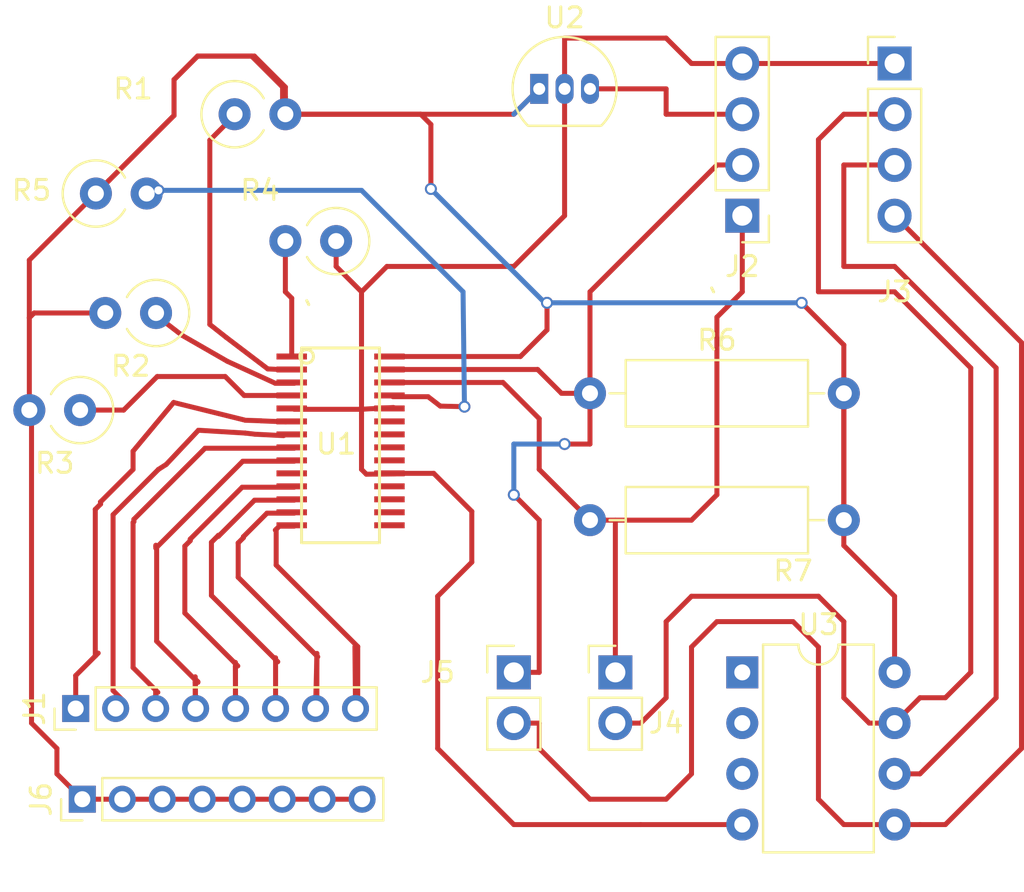
<source format=kicad_pcb>
(kicad_pcb (version 4) (host pcbnew 4.0.7)

  (general
    (links 48)
    (no_connects 0)
    (area 0 0 0 0)
    (thickness 1.6)
    (drawings 0)
    (tracks 259)
    (zones 0)
    (modules 16)
    (nets 34)
  )

  (page A4)
  (layers
    (0 F.Cu signal)
    (31 B.Cu signal)
    (32 B.Adhes user)
    (33 F.Adhes user)
    (34 B.Paste user)
    (35 F.Paste user)
    (36 B.SilkS user)
    (37 F.SilkS user)
    (38 B.Mask user)
    (39 F.Mask user)
    (40 Dwgs.User user)
    (41 Cmts.User user)
    (42 Eco1.User user)
    (43 Eco2.User user)
    (44 Edge.Cuts user)
    (45 Margin user)
    (46 B.CrtYd user)
    (47 F.CrtYd user)
    (48 B.Fab user)
    (49 F.Fab user)
  )

  (setup
    (last_trace_width 0.25)
    (trace_clearance 0.2)
    (zone_clearance 0.508)
    (zone_45_only no)
    (trace_min 0.2)
    (segment_width 0.2)
    (edge_width 0.15)
    (via_size 0.6)
    (via_drill 0.4)
    (via_min_size 0.4)
    (via_min_drill 0.3)
    (uvia_size 0.3)
    (uvia_drill 0.1)
    (uvias_allowed no)
    (uvia_min_size 0.2)
    (uvia_min_drill 0.1)
    (pcb_text_width 0.3)
    (pcb_text_size 1.5 1.5)
    (mod_edge_width 0.15)
    (mod_text_size 1 1)
    (mod_text_width 0.15)
    (pad_size 1.524 1.524)
    (pad_drill 0.762)
    (pad_to_mask_clearance 0.2)
    (aux_axis_origin 0 0)
    (visible_elements 7FFFFFFF)
    (pcbplotparams
      (layerselection 0x00030_80000001)
      (usegerberextensions false)
      (excludeedgelayer true)
      (linewidth 0.100000)
      (plotframeref false)
      (viasonmask false)
      (mode 1)
      (useauxorigin false)
      (hpglpennumber 1)
      (hpglpenspeed 20)
      (hpglpendiameter 15)
      (hpglpenoverlay 2)
      (psnegative false)
      (psa4output false)
      (plotreference true)
      (plotvalue true)
      (plotinvisibletext false)
      (padsonsilk false)
      (subtractmaskfromsilk false)
      (outputformat 4)
      (mirror false)
      (drillshape 0)
      (scaleselection 1)
      (outputdirectory ./))
  )

  (net 0 "")
  (net 1 "Net-(J1-Pad1)")
  (net 2 "Net-(J1-Pad2)")
  (net 3 "Net-(J1-Pad3)")
  (net 4 "Net-(J1-Pad4)")
  (net 5 "Net-(J1-Pad5)")
  (net 6 "Net-(J1-Pad6)")
  (net 7 "Net-(J1-Pad7)")
  (net 8 "Net-(J1-Pad8)")
  (net 9 "Net-(J2-Pad1)")
  (net 10 "Net-(J2-Pad2)")
  (net 11 GND)
  (net 12 "Net-(R1-Pad1)")
  (net 13 +5C)
  (net 14 "Net-(R2-Pad1)")
  (net 15 "Net-(R3-Pad1)")
  (net 16 "Net-(R4-Pad2)")
  (net 17 "Net-(R5-Pad2)")
  (net 18 "Net-(U1-Pad15)")
  (net 19 "Net-(U1-Pad16)")
  (net 20 "Net-(U1-Pad17)")
  (net 21 "Net-(U1-Pad18)")
  (net 22 "Net-(U1-Pad20)")
  (net 23 "Net-(U1-Pad21)")
  (net 24 "Net-(U1-Pad22)")
  (net 25 "Net-(U1-Pad23)")
  (net 26 "Net-(U1-Pad10)")
  (net 27 +12P)
  (net 28 "Net-(U3-Pad1)")
  (net 29 "Net-(U3-Pad2)")
  (net 30 "Net-(U3-Pad3)")
  (net 31 "Net-(J3-Pad2)")
  (net 32 "Net-(J3-Pad3)")
  (net 33 "Net-(J3-Pad4)")

  (net_class Default "Ceci est la Netclass par défaut"
    (clearance 0.2)
    (trace_width 0.25)
    (via_dia 0.6)
    (via_drill 0.4)
    (uvia_dia 0.3)
    (uvia_drill 0.1)
    (add_net +12P)
    (add_net +5C)
    (add_net GND)
    (add_net "Net-(J1-Pad1)")
    (add_net "Net-(J1-Pad2)")
    (add_net "Net-(J1-Pad3)")
    (add_net "Net-(J1-Pad4)")
    (add_net "Net-(J1-Pad5)")
    (add_net "Net-(J1-Pad6)")
    (add_net "Net-(J1-Pad7)")
    (add_net "Net-(J1-Pad8)")
    (add_net "Net-(J2-Pad1)")
    (add_net "Net-(J2-Pad2)")
    (add_net "Net-(J3-Pad2)")
    (add_net "Net-(J3-Pad3)")
    (add_net "Net-(J3-Pad4)")
    (add_net "Net-(R1-Pad1)")
    (add_net "Net-(R2-Pad1)")
    (add_net "Net-(R3-Pad1)")
    (add_net "Net-(R4-Pad2)")
    (add_net "Net-(R5-Pad2)")
    (add_net "Net-(U1-Pad10)")
    (add_net "Net-(U1-Pad15)")
    (add_net "Net-(U1-Pad16)")
    (add_net "Net-(U1-Pad17)")
    (add_net "Net-(U1-Pad18)")
    (add_net "Net-(U1-Pad20)")
    (add_net "Net-(U1-Pad21)")
    (add_net "Net-(U1-Pad22)")
    (add_net "Net-(U1-Pad23)")
    (add_net "Net-(U3-Pad1)")
    (add_net "Net-(U3-Pad2)")
    (add_net "Net-(U3-Pad3)")
  )

  (module Housings_DIP:DIP-8_W7.62mm (layer F.Cu) (tedit 58CC8E33) (tstamp 59AEC2CC)
    (at 163.83 125.73)
    (descr "8-lead dip package, row spacing 7.62 mm (300 mils)")
    (tags "DIL DIP PDIP 2.54mm 7.62mm 300mil")
    (path /59AEBD34)
    (fp_text reference U3 (at 3.81 -2.39) (layer F.SilkS)
      (effects (font (size 1 1) (thickness 0.15)))
    )
    (fp_text value ATTINY85-20PU (at 3.81 10.01) (layer F.Fab)
      (effects (font (size 1 1) (thickness 0.15)))
    )
    (fp_text user %R (at 3.81 3.81) (layer F.Fab)
      (effects (font (size 1 1) (thickness 0.15)))
    )
    (fp_line (start 1.635 -1.27) (end 6.985 -1.27) (layer F.Fab) (width 0.1))
    (fp_line (start 6.985 -1.27) (end 6.985 8.89) (layer F.Fab) (width 0.1))
    (fp_line (start 6.985 8.89) (end 0.635 8.89) (layer F.Fab) (width 0.1))
    (fp_line (start 0.635 8.89) (end 0.635 -0.27) (layer F.Fab) (width 0.1))
    (fp_line (start 0.635 -0.27) (end 1.635 -1.27) (layer F.Fab) (width 0.1))
    (fp_line (start 2.81 -1.39) (end 1.04 -1.39) (layer F.SilkS) (width 0.12))
    (fp_line (start 1.04 -1.39) (end 1.04 9.01) (layer F.SilkS) (width 0.12))
    (fp_line (start 1.04 9.01) (end 6.58 9.01) (layer F.SilkS) (width 0.12))
    (fp_line (start 6.58 9.01) (end 6.58 -1.39) (layer F.SilkS) (width 0.12))
    (fp_line (start 6.58 -1.39) (end 4.81 -1.39) (layer F.SilkS) (width 0.12))
    (fp_line (start -1.1 -1.6) (end -1.1 9.2) (layer F.CrtYd) (width 0.05))
    (fp_line (start -1.1 9.2) (end 8.7 9.2) (layer F.CrtYd) (width 0.05))
    (fp_line (start 8.7 9.2) (end 8.7 -1.6) (layer F.CrtYd) (width 0.05))
    (fp_line (start 8.7 -1.6) (end -1.1 -1.6) (layer F.CrtYd) (width 0.05))
    (fp_arc (start 3.81 -1.39) (end 2.81 -1.39) (angle -180) (layer F.SilkS) (width 0.12))
    (pad 1 thru_hole rect (at 0 0) (size 1.6 1.6) (drill 0.8) (layers *.Cu *.Mask)
      (net 28 "Net-(U3-Pad1)"))
    (pad 5 thru_hole oval (at 7.62 7.62) (size 1.6 1.6) (drill 0.8) (layers *.Cu *.Mask)
      (net 33 "Net-(J3-Pad4)"))
    (pad 2 thru_hole oval (at 0 2.54) (size 1.6 1.6) (drill 0.8) (layers *.Cu *.Mask)
      (net 29 "Net-(U3-Pad2)"))
    (pad 6 thru_hole oval (at 7.62 5.08) (size 1.6 1.6) (drill 0.8) (layers *.Cu *.Mask)
      (net 32 "Net-(J3-Pad3)"))
    (pad 3 thru_hole oval (at 0 5.08) (size 1.6 1.6) (drill 0.8) (layers *.Cu *.Mask)
      (net 30 "Net-(U3-Pad3)"))
    (pad 7 thru_hole oval (at 7.62 2.54) (size 1.6 1.6) (drill 0.8) (layers *.Cu *.Mask)
      (net 31 "Net-(J3-Pad2)"))
    (pad 4 thru_hole oval (at 0 7.62) (size 1.6 1.6) (drill 0.8) (layers *.Cu *.Mask)
      (net 11 GND))
    (pad 8 thru_hole oval (at 7.62 0) (size 1.6 1.6) (drill 0.8) (layers *.Cu *.Mask)
      (net 13 +5C))
    (model ${KISYS3DMOD}/Housings_DIP.3dshapes/DIP-8_W7.62mm.wrl
      (at (xyz 0 0 0))
      (scale (xyz 1 1 1))
      (rotate (xyz 0 0 0))
    )
  )

  (module Resistors_THT:R_Axial_DIN0309_L9.0mm_D3.2mm_P12.70mm_Horizontal (layer F.Cu) (tedit 59AFAFE6) (tstamp 59AD683C)
    (at 156.21 118.11)
    (descr "Resistor, Axial_DIN0309 series, Axial, Horizontal, pin pitch=12.7mm, 0.5W = 1/2W, length*diameter=9*3.2mm^2, http://cdn-reichelt.de/documents/datenblatt/B400/1_4W%23YAG.pdf")
    (tags "Resistor Axial_DIN0309 series Axial Horizontal pin pitch 12.7mm 0.5W = 1/2W length 9mm diameter 3.2mm")
    (path /59AD1864)
    (fp_text reference R7 (at 10.16 2.54) (layer F.SilkS)
      (effects (font (size 1 1) (thickness 0.15)))
    )
    (fp_text value 4K7R (at 6.35 2.66) (layer F.Fab)
      (effects (font (size 1 1) (thickness 0.15)))
    )
    (fp_line (start 1.85 -1.6) (end 1.85 1.6) (layer F.Fab) (width 0.1))
    (fp_line (start 1.85 1.6) (end 10.85 1.6) (layer F.Fab) (width 0.1))
    (fp_line (start 10.85 1.6) (end 10.85 -1.6) (layer F.Fab) (width 0.1))
    (fp_line (start 10.85 -1.6) (end 1.85 -1.6) (layer F.Fab) (width 0.1))
    (fp_line (start 0 0) (end 1.85 0) (layer F.Fab) (width 0.1))
    (fp_line (start 12.7 0) (end 10.85 0) (layer F.Fab) (width 0.1))
    (fp_line (start 1.79 -1.66) (end 1.79 1.66) (layer F.SilkS) (width 0.12))
    (fp_line (start 1.79 1.66) (end 10.91 1.66) (layer F.SilkS) (width 0.12))
    (fp_line (start 10.91 1.66) (end 10.91 -1.66) (layer F.SilkS) (width 0.12))
    (fp_line (start 10.91 -1.66) (end 1.79 -1.66) (layer F.SilkS) (width 0.12))
    (fp_line (start 0.98 0) (end 1.79 0) (layer F.SilkS) (width 0.12))
    (fp_line (start 11.72 0) (end 10.91 0) (layer F.SilkS) (width 0.12))
    (fp_line (start -1.05 -1.95) (end -1.05 1.95) (layer F.CrtYd) (width 0.05))
    (fp_line (start -1.05 1.95) (end 13.75 1.95) (layer F.CrtYd) (width 0.05))
    (fp_line (start 13.75 1.95) (end 13.75 -1.95) (layer F.CrtYd) (width 0.05))
    (fp_line (start 13.75 -1.95) (end -1.05 -1.95) (layer F.CrtYd) (width 0.05))
    (pad 1 thru_hole circle (at 0 0) (size 1.6 1.6) (drill 0.8) (layers *.Cu *.Mask)
      (net 9 "Net-(J2-Pad1)"))
    (pad 2 thru_hole oval (at 12.7 0) (size 1.6 1.6) (drill 0.8) (layers *.Cu *.Mask)
      (net 13 +5C))
    (model ${KISYS3DMOD}/Resistors_THT.3dshapes/R_Axial_DIN0309_L9.0mm_D3.2mm_P12.70mm_Horizontal.wrl
      (at (xyz 0 0 0))
      (scale (xyz 0.393701 0.393701 0.393701))
      (rotate (xyz 0 0 0))
    )
  )

  (module Socket_Strips:Socket_Strip_Straight_1x08_Pitch2.00mm (layer F.Cu) (tedit 59AFAFC4) (tstamp 59AD680B)
    (at 130.48 127.54 90)
    (descr "Through hole straight socket strip, 1x08, 2.00mm pitch, single row")
    (tags "Through hole socket strip THT 1x08 2.00mm single row")
    (path /59AD0FBD)
    (fp_text reference J1 (at 0 -2.06 90) (layer F.SilkS)
      (effects (font (size 1 1) (thickness 0.15)))
    )
    (fp_text value Conn_01x08 (at 3.08 1.6 180) (layer F.Fab)
      (effects (font (size 1 1) (thickness 0.15)))
    )
    (fp_line (start -1 -1) (end -1 15) (layer F.Fab) (width 0.1))
    (fp_line (start -1 15) (end 1 15) (layer F.Fab) (width 0.1))
    (fp_line (start 1 15) (end 1 -1) (layer F.Fab) (width 0.1))
    (fp_line (start 1 -1) (end -1 -1) (layer F.Fab) (width 0.1))
    (fp_line (start -1.06 1) (end -1.06 15.06) (layer F.SilkS) (width 0.12))
    (fp_line (start -1.06 15.06) (end 1.06 15.06) (layer F.SilkS) (width 0.12))
    (fp_line (start 1.06 15.06) (end 1.06 1) (layer F.SilkS) (width 0.12))
    (fp_line (start 1.06 1) (end -1.06 1) (layer F.SilkS) (width 0.12))
    (fp_line (start -1.06 0) (end -1.06 -1.06) (layer F.SilkS) (width 0.12))
    (fp_line (start -1.06 -1.06) (end 0 -1.06) (layer F.SilkS) (width 0.12))
    (fp_line (start -1.5 -1.5) (end -1.5 15.5) (layer F.CrtYd) (width 0.05))
    (fp_line (start -1.5 15.5) (end 1.5 15.5) (layer F.CrtYd) (width 0.05))
    (fp_line (start 1.5 15.5) (end 1.5 -1.5) (layer F.CrtYd) (width 0.05))
    (fp_line (start 1.5 -1.5) (end -1.5 -1.5) (layer F.CrtYd) (width 0.05))
    (fp_text user %R (at 0 -2.06 90) (layer F.Fab)
      (effects (font (size 1 1) (thickness 0.15)))
    )
    (pad 1 thru_hole rect (at 0 0 90) (size 1.35 1.35) (drill 0.8) (layers *.Cu *.Mask)
      (net 1 "Net-(J1-Pad1)"))
    (pad 2 thru_hole oval (at 0 2 90) (size 1.35 1.35) (drill 0.8) (layers *.Cu *.Mask)
      (net 2 "Net-(J1-Pad2)"))
    (pad 3 thru_hole oval (at 0 4 90) (size 1.35 1.35) (drill 0.8) (layers *.Cu *.Mask)
      (net 3 "Net-(J1-Pad3)"))
    (pad 4 thru_hole oval (at 0 6 90) (size 1.35 1.35) (drill 0.8) (layers *.Cu *.Mask)
      (net 4 "Net-(J1-Pad4)"))
    (pad 5 thru_hole oval (at 0 8 90) (size 1.35 1.35) (drill 0.8) (layers *.Cu *.Mask)
      (net 5 "Net-(J1-Pad5)"))
    (pad 6 thru_hole oval (at 0 10 90) (size 1.35 1.35) (drill 0.8) (layers *.Cu *.Mask)
      (net 6 "Net-(J1-Pad6)"))
    (pad 7 thru_hole oval (at 0 12 90) (size 1.35 1.35) (drill 0.8) (layers *.Cu *.Mask)
      (net 7 "Net-(J1-Pad7)"))
    (pad 8 thru_hole oval (at 0 14 90) (size 1.35 1.35) (drill 0.8) (layers *.Cu *.Mask)
      (net 8 "Net-(J1-Pad8)"))
    (model ${KISYS3DMOD}/Socket_Strips.3dshapes/Socket_Strip_Straight_1x08_Pitch2.00mm.wrl
      (at (xyz 0 0 0))
      (scale (xyz 1 1 1))
      (rotate (xyz 0 0 0))
    )
  )

  (module Resistors_THT:R_Axial_DIN0309_L9.0mm_D3.2mm_P2.54mm_Vertical (layer F.Cu) (tedit 59AFAFAD) (tstamp 59AD6818)
    (at 138.43 97.79)
    (descr "Resistor, Axial_DIN0309 series, Axial, Vertical, pin pitch=2.54mm, 0.5W = 1/2W, length*diameter=9*3.2mm^2, http://cdn-reichelt.de/documents/datenblatt/B400/1_4W%23YAG.pdf")
    (tags "Resistor Axial_DIN0309 series Axial Vertical pin pitch 2.54mm 0.5W = 1/2W length 9mm diameter 3.2mm")
    (path /59AD0763)
    (fp_text reference R1 (at -5.08 -1.27) (layer F.SilkS)
      (effects (font (size 1 1) (thickness 0.15)))
    )
    (fp_text value 10K (at -5.08 0) (layer F.Fab)
      (effects (font (size 1 1) (thickness 0.15)))
    )
    (fp_arc (start 0 0) (end 1.45451 -0.8) (angle -302.4) (layer F.SilkS) (width 0.12))
    (fp_circle (center 0 0) (end 1.6 0) (layer F.Fab) (width 0.1))
    (fp_line (start 0 0) (end 2.54 0) (layer F.Fab) (width 0.1))
    (fp_line (start -1.95 -1.95) (end -1.95 1.95) (layer F.CrtYd) (width 0.05))
    (fp_line (start -1.95 1.95) (end 3.65 1.95) (layer F.CrtYd) (width 0.05))
    (fp_line (start 3.65 1.95) (end 3.65 -1.95) (layer F.CrtYd) (width 0.05))
    (fp_line (start 3.65 -1.95) (end -1.95 -1.95) (layer F.CrtYd) (width 0.05))
    (pad 1 thru_hole circle (at 0 0) (size 1.6 1.6) (drill 0.8) (layers *.Cu *.Mask)
      (net 12 "Net-(R1-Pad1)"))
    (pad 2 thru_hole oval (at 2.54 0) (size 1.6 1.6) (drill 0.8) (layers *.Cu *.Mask)
      (net 13 +5C))
    (model ${KISYS3DMOD}/Resistors_THT.3dshapes/R_Axial_DIN0309_L9.0mm_D3.2mm_P2.54mm_Vertical.wrl
      (at (xyz 0 0 0))
      (scale (xyz 0.393701 0.393701 0.393701))
      (rotate (xyz 0 0 0))
    )
  )

  (module Resistors_THT:R_Axial_DIN0309_L9.0mm_D3.2mm_P2.54mm_Vertical (layer F.Cu) (tedit 59AFAFA7) (tstamp 59AD681E)
    (at 134.5 107.74 180)
    (descr "Resistor, Axial_DIN0309 series, Axial, Vertical, pin pitch=2.54mm, 0.5W = 1/2W, length*diameter=9*3.2mm^2, http://cdn-reichelt.de/documents/datenblatt/B400/1_4W%23YAG.pdf")
    (tags "Resistor Axial_DIN0309 series Axial Vertical pin pitch 2.54mm 0.5W = 1/2W length 9mm diameter 3.2mm")
    (path /59AD0738)
    (fp_text reference R2 (at 1.27 -2.66 180) (layer F.SilkS)
      (effects (font (size 1 1) (thickness 0.15)))
    )
    (fp_text value 10K (at 6.23 1.06 180) (layer F.Fab)
      (effects (font (size 1 1) (thickness 0.15)))
    )
    (fp_arc (start 0 0) (end 1.45451 -0.8) (angle -302.4) (layer F.SilkS) (width 0.12))
    (fp_circle (center 0 0) (end 1.6 0) (layer F.Fab) (width 0.1))
    (fp_line (start 0 0) (end 2.54 0) (layer F.Fab) (width 0.1))
    (fp_line (start -1.95 -1.95) (end -1.95 1.95) (layer F.CrtYd) (width 0.05))
    (fp_line (start -1.95 1.95) (end 3.65 1.95) (layer F.CrtYd) (width 0.05))
    (fp_line (start 3.65 1.95) (end 3.65 -1.95) (layer F.CrtYd) (width 0.05))
    (fp_line (start 3.65 -1.95) (end -1.95 -1.95) (layer F.CrtYd) (width 0.05))
    (pad 1 thru_hole circle (at 0 0 180) (size 1.6 1.6) (drill 0.8) (layers *.Cu *.Mask)
      (net 14 "Net-(R2-Pad1)"))
    (pad 2 thru_hole oval (at 2.54 0 180) (size 1.6 1.6) (drill 0.8) (layers *.Cu *.Mask)
      (net 13 +5C))
    (model ${KISYS3DMOD}/Resistors_THT.3dshapes/R_Axial_DIN0309_L9.0mm_D3.2mm_P2.54mm_Vertical.wrl
      (at (xyz 0 0 0))
      (scale (xyz 0.393701 0.393701 0.393701))
      (rotate (xyz 0 0 0))
    )
  )

  (module Resistors_THT:R_Axial_DIN0309_L9.0mm_D3.2mm_P2.54mm_Vertical (layer F.Cu) (tedit 5874F706) (tstamp 59AD6824)
    (at 130.7 112.6 180)
    (descr "Resistor, Axial_DIN0309 series, Axial, Vertical, pin pitch=2.54mm, 0.5W = 1/2W, length*diameter=9*3.2mm^2, http://cdn-reichelt.de/documents/datenblatt/B400/1_4W%23YAG.pdf")
    (tags "Resistor Axial_DIN0309 series Axial Vertical pin pitch 2.54mm 0.5W = 1/2W length 9mm diameter 3.2mm")
    (path /59AD067F)
    (fp_text reference R3 (at 1.27 -2.66 180) (layer F.SilkS)
      (effects (font (size 1 1) (thickness 0.15)))
    )
    (fp_text value 10K (at 1.27 2.66 180) (layer F.Fab)
      (effects (font (size 1 1) (thickness 0.15)))
    )
    (fp_arc (start 0 0) (end 1.45451 -0.8) (angle -302.4) (layer F.SilkS) (width 0.12))
    (fp_circle (center 0 0) (end 1.6 0) (layer F.Fab) (width 0.1))
    (fp_line (start 0 0) (end 2.54 0) (layer F.Fab) (width 0.1))
    (fp_line (start -1.95 -1.95) (end -1.95 1.95) (layer F.CrtYd) (width 0.05))
    (fp_line (start -1.95 1.95) (end 3.65 1.95) (layer F.CrtYd) (width 0.05))
    (fp_line (start 3.65 1.95) (end 3.65 -1.95) (layer F.CrtYd) (width 0.05))
    (fp_line (start 3.65 -1.95) (end -1.95 -1.95) (layer F.CrtYd) (width 0.05))
    (pad 1 thru_hole circle (at 0 0 180) (size 1.6 1.6) (drill 0.8) (layers *.Cu *.Mask)
      (net 15 "Net-(R3-Pad1)"))
    (pad 2 thru_hole oval (at 2.54 0 180) (size 1.6 1.6) (drill 0.8) (layers *.Cu *.Mask)
      (net 13 +5C))
    (model ${KISYS3DMOD}/Resistors_THT.3dshapes/R_Axial_DIN0309_L9.0mm_D3.2mm_P2.54mm_Vertical.wrl
      (at (xyz 0 0 0))
      (scale (xyz 0.393701 0.393701 0.393701))
      (rotate (xyz 0 0 0))
    )
  )

  (module Resistors_THT:R_Axial_DIN0309_L9.0mm_D3.2mm_P2.54mm_Vertical (layer F.Cu) (tedit 59AFAFB9) (tstamp 59AD682A)
    (at 143.51 104.14 180)
    (descr "Resistor, Axial_DIN0309 series, Axial, Vertical, pin pitch=2.54mm, 0.5W = 1/2W, length*diameter=9*3.2mm^2, http://cdn-reichelt.de/documents/datenblatt/B400/1_4W%23YAG.pdf")
    (tags "Resistor Axial_DIN0309 series Axial Vertical pin pitch 2.54mm 0.5W = 1/2W length 9mm diameter 3.2mm")
    (path /59AD0780)
    (fp_text reference R4 (at 3.81 2.54 180) (layer F.SilkS)
      (effects (font (size 1 1) (thickness 0.15)))
    )
    (fp_text value 2k (at 1.27 2.66 180) (layer F.Fab)
      (effects (font (size 1 1) (thickness 0.15)))
    )
    (fp_arc (start 0 0) (end 1.45451 -0.8) (angle -302.4) (layer F.SilkS) (width 0.12))
    (fp_circle (center 0 0) (end 1.6 0) (layer F.Fab) (width 0.1))
    (fp_line (start 0 0) (end 2.54 0) (layer F.Fab) (width 0.1))
    (fp_line (start -1.95 -1.95) (end -1.95 1.95) (layer F.CrtYd) (width 0.05))
    (fp_line (start -1.95 1.95) (end 3.65 1.95) (layer F.CrtYd) (width 0.05))
    (fp_line (start 3.65 1.95) (end 3.65 -1.95) (layer F.CrtYd) (width 0.05))
    (fp_line (start 3.65 -1.95) (end -1.95 -1.95) (layer F.CrtYd) (width 0.05))
    (pad 1 thru_hole circle (at 0 0 180) (size 1.6 1.6) (drill 0.8) (layers *.Cu *.Mask)
      (net 11 GND))
    (pad 2 thru_hole oval (at 2.54 0 180) (size 1.6 1.6) (drill 0.8) (layers *.Cu *.Mask)
      (net 16 "Net-(R4-Pad2)"))
    (model ${KISYS3DMOD}/Resistors_THT.3dshapes/R_Axial_DIN0309_L9.0mm_D3.2mm_P2.54mm_Vertical.wrl
      (at (xyz 0 0 0))
      (scale (xyz 0.393701 0.393701 0.393701))
      (rotate (xyz 0 0 0))
    )
  )

  (module Resistors_THT:R_Axial_DIN0309_L9.0mm_D3.2mm_P2.54mm_Vertical (layer F.Cu) (tedit 59AFAFAA) (tstamp 59AD6830)
    (at 131.49 101.76)
    (descr "Resistor, Axial_DIN0309 series, Axial, Vertical, pin pitch=2.54mm, 0.5W = 1/2W, length*diameter=9*3.2mm^2, http://cdn-reichelt.de/documents/datenblatt/B400/1_4W%23YAG.pdf")
    (tags "Resistor Axial_DIN0309 series Axial Vertical pin pitch 2.54mm 0.5W = 1/2W length 9mm diameter 3.2mm")
    (path /59AD096C)
    (fp_text reference R5 (at -3.22 -0.16) (layer F.SilkS)
      (effects (font (size 1 1) (thickness 0.15)))
    )
    (fp_text value 10K (at -3.22 1.11) (layer F.Fab)
      (effects (font (size 1 1) (thickness 0.15)))
    )
    (fp_arc (start 0 0) (end 1.45451 -0.8) (angle -302.4) (layer F.SilkS) (width 0.12))
    (fp_circle (center 0 0) (end 1.6 0) (layer F.Fab) (width 0.1))
    (fp_line (start 0 0) (end 2.54 0) (layer F.Fab) (width 0.1))
    (fp_line (start -1.95 -1.95) (end -1.95 1.95) (layer F.CrtYd) (width 0.05))
    (fp_line (start -1.95 1.95) (end 3.65 1.95) (layer F.CrtYd) (width 0.05))
    (fp_line (start 3.65 1.95) (end 3.65 -1.95) (layer F.CrtYd) (width 0.05))
    (fp_line (start 3.65 -1.95) (end -1.95 -1.95) (layer F.CrtYd) (width 0.05))
    (pad 1 thru_hole circle (at 0 0) (size 1.6 1.6) (drill 0.8) (layers *.Cu *.Mask)
      (net 13 +5C))
    (pad 2 thru_hole oval (at 2.54 0) (size 1.6 1.6) (drill 0.8) (layers *.Cu *.Mask)
      (net 17 "Net-(R5-Pad2)"))
    (model ${KISYS3DMOD}/Resistors_THT.3dshapes/R_Axial_DIN0309_L9.0mm_D3.2mm_P2.54mm_Vertical.wrl
      (at (xyz 0 0 0))
      (scale (xyz 0.393701 0.393701 0.393701))
      (rotate (xyz 0 0 0))
    )
  )

  (module Resistors_THT:R_Axial_DIN0309_L9.0mm_D3.2mm_P12.70mm_Horizontal (layer F.Cu) (tedit 59AFAFEB) (tstamp 59AD6836)
    (at 156.21 111.76)
    (descr "Resistor, Axial_DIN0309 series, Axial, Horizontal, pin pitch=12.7mm, 0.5W = 1/2W, length*diameter=9*3.2mm^2, http://cdn-reichelt.de/documents/datenblatt/B400/1_4W%23YAG.pdf")
    (tags "Resistor Axial_DIN0309 series Axial Horizontal pin pitch 12.7mm 0.5W = 1/2W length 9mm diameter 3.2mm")
    (path /59AD1831)
    (fp_text reference R6 (at 6.35 -2.66) (layer F.SilkS)
      (effects (font (size 1 1) (thickness 0.15)))
    )
    (fp_text value 4K7 (at 8.89 -2.54) (layer F.Fab)
      (effects (font (size 1 1) (thickness 0.15)))
    )
    (fp_line (start 1.85 -1.6) (end 1.85 1.6) (layer F.Fab) (width 0.1))
    (fp_line (start 1.85 1.6) (end 10.85 1.6) (layer F.Fab) (width 0.1))
    (fp_line (start 10.85 1.6) (end 10.85 -1.6) (layer F.Fab) (width 0.1))
    (fp_line (start 10.85 -1.6) (end 1.85 -1.6) (layer F.Fab) (width 0.1))
    (fp_line (start 0 0) (end 1.85 0) (layer F.Fab) (width 0.1))
    (fp_line (start 12.7 0) (end 10.85 0) (layer F.Fab) (width 0.1))
    (fp_line (start 1.79 -1.66) (end 1.79 1.66) (layer F.SilkS) (width 0.12))
    (fp_line (start 1.79 1.66) (end 10.91 1.66) (layer F.SilkS) (width 0.12))
    (fp_line (start 10.91 1.66) (end 10.91 -1.66) (layer F.SilkS) (width 0.12))
    (fp_line (start 10.91 -1.66) (end 1.79 -1.66) (layer F.SilkS) (width 0.12))
    (fp_line (start 0.98 0) (end 1.79 0) (layer F.SilkS) (width 0.12))
    (fp_line (start 11.72 0) (end 10.91 0) (layer F.SilkS) (width 0.12))
    (fp_line (start -1.05 -1.95) (end -1.05 1.95) (layer F.CrtYd) (width 0.05))
    (fp_line (start -1.05 1.95) (end 13.75 1.95) (layer F.CrtYd) (width 0.05))
    (fp_line (start 13.75 1.95) (end 13.75 -1.95) (layer F.CrtYd) (width 0.05))
    (fp_line (start 13.75 -1.95) (end -1.05 -1.95) (layer F.CrtYd) (width 0.05))
    (pad 1 thru_hole circle (at 0 0) (size 1.6 1.6) (drill 0.8) (layers *.Cu *.Mask)
      (net 10 "Net-(J2-Pad2)"))
    (pad 2 thru_hole oval (at 12.7 0) (size 1.6 1.6) (drill 0.8) (layers *.Cu *.Mask)
      (net 13 +5C))
    (model ${KISYS3DMOD}/Resistors_THT.3dshapes/R_Axial_DIN0309_L9.0mm_D3.2mm_P12.70mm_Horizontal.wrl
      (at (xyz 0 0 0))
      (scale (xyz 0.393701 0.393701 0.393701))
      (rotate (xyz 0 0 0))
    )
  )

  (module TO_SOT_Packages_THT:TO-92_Inline_Narrow_Oval (layer F.Cu) (tedit 58CE52AF) (tstamp 59AD686A)
    (at 153.67 96.52)
    (descr "TO-92 leads in-line, narrow, oval pads, drill 0.6mm (see NXP sot054_po.pdf)")
    (tags "to-92 sc-43 sc-43a sot54 PA33 transistor")
    (path /59AD159A)
    (fp_text reference U2 (at 1.27 -3.56) (layer F.SilkS)
      (effects (font (size 1 1) (thickness 0.15)))
    )
    (fp_text value L78L05_TO92 (at 1.27 2.79) (layer F.Fab)
      (effects (font (size 1 1) (thickness 0.15)))
    )
    (fp_text user %R (at 1.27 -3.56) (layer F.Fab)
      (effects (font (size 1 1) (thickness 0.15)))
    )
    (fp_line (start -0.53 1.85) (end 3.07 1.85) (layer F.SilkS) (width 0.12))
    (fp_line (start -0.5 1.75) (end 3 1.75) (layer F.Fab) (width 0.1))
    (fp_line (start -1.46 -2.73) (end 4 -2.73) (layer F.CrtYd) (width 0.05))
    (fp_line (start -1.46 -2.73) (end -1.46 2.01) (layer F.CrtYd) (width 0.05))
    (fp_line (start 4 2.01) (end 4 -2.73) (layer F.CrtYd) (width 0.05))
    (fp_line (start 4 2.01) (end -1.46 2.01) (layer F.CrtYd) (width 0.05))
    (fp_arc (start 1.27 0) (end 1.27 -2.48) (angle 135) (layer F.Fab) (width 0.1))
    (fp_arc (start 1.27 0) (end 1.27 -2.6) (angle -135) (layer F.SilkS) (width 0.12))
    (fp_arc (start 1.27 0) (end 1.27 -2.48) (angle -135) (layer F.Fab) (width 0.1))
    (fp_arc (start 1.27 0) (end 1.27 -2.6) (angle 135) (layer F.SilkS) (width 0.12))
    (pad 2 thru_hole oval (at 1.27 0 180) (size 0.9 1.5) (drill 0.6) (layers *.Cu *.Mask)
      (net 11 GND))
    (pad 3 thru_hole oval (at 2.54 0 180) (size 0.9 1.5) (drill 0.6) (layers *.Cu *.Mask)
      (net 27 +12P))
    (pad 1 thru_hole rect (at 0 0 180) (size 0.9 1.5) (drill 0.6) (layers *.Cu *.Mask)
      (net 13 +5C))
    (model ${KISYS3DMOD}/TO_SOT_Packages_THT.3dshapes/TO-92_Inline_Narrow_Oval.wrl
      (at (xyz 0.05 0 0))
      (scale (xyz 1 1 1))
      (rotate (xyz 0 0 -90))
    )
  )

  (module Socket_Strips:Socket_Strip_Straight_1x04_Pitch2.54mm (layer F.Cu) (tedit 59AFB003) (tstamp 59AD6812)
    (at 163.83 102.87 180)
    (descr "Through hole straight socket strip, 1x04, 2.54mm pitch, single row")
    (tags "Through hole socket strip THT 1x04 2.54mm single row")
    (path /59AE9A83)
    (fp_text reference J2 (at 0 -2.54 180) (layer F.SilkS)
      (effects (font (size 1 1) (thickness 0.15)))
    )
    (fp_text value Conn_01x04 (at 0 9.95 180) (layer F.Fab)
      (effects (font (size 1 1) (thickness 0.15)))
    )
    (fp_line (start -1.27 -1.27) (end -1.27 8.89) (layer F.Fab) (width 0.1))
    (fp_line (start -1.27 8.89) (end 1.27 8.89) (layer F.Fab) (width 0.1))
    (fp_line (start 1.27 8.89) (end 1.27 -1.27) (layer F.Fab) (width 0.1))
    (fp_line (start 1.27 -1.27) (end -1.27 -1.27) (layer F.Fab) (width 0.1))
    (fp_line (start -1.33 1.27) (end -1.33 8.95) (layer F.SilkS) (width 0.12))
    (fp_line (start -1.33 8.95) (end 1.33 8.95) (layer F.SilkS) (width 0.12))
    (fp_line (start 1.33 8.95) (end 1.33 1.27) (layer F.SilkS) (width 0.12))
    (fp_line (start 1.33 1.27) (end -1.33 1.27) (layer F.SilkS) (width 0.12))
    (fp_line (start -1.33 0) (end -1.33 -1.33) (layer F.SilkS) (width 0.12))
    (fp_line (start -1.33 -1.33) (end 0 -1.33) (layer F.SilkS) (width 0.12))
    (fp_line (start -1.8 -1.8) (end -1.8 9.4) (layer F.CrtYd) (width 0.05))
    (fp_line (start -1.8 9.4) (end 1.8 9.4) (layer F.CrtYd) (width 0.05))
    (fp_line (start 1.8 9.4) (end 1.8 -1.8) (layer F.CrtYd) (width 0.05))
    (fp_line (start 1.8 -1.8) (end -1.8 -1.8) (layer F.CrtYd) (width 0.05))
    (fp_text user %R (at 0 -2.33 180) (layer F.Fab)
      (effects (font (size 1 1) (thickness 0.15)))
    )
    (pad 1 thru_hole rect (at 0 0 180) (size 1.7 1.7) (drill 1) (layers *.Cu *.Mask)
      (net 9 "Net-(J2-Pad1)"))
    (pad 2 thru_hole oval (at 0 2.54 180) (size 1.7 1.7) (drill 1) (layers *.Cu *.Mask)
      (net 10 "Net-(J2-Pad2)"))
    (pad 3 thru_hole oval (at 0 5.08 180) (size 1.7 1.7) (drill 1) (layers *.Cu *.Mask)
      (net 27 +12P))
    (pad 4 thru_hole oval (at 0 7.62 180) (size 1.7 1.7) (drill 1) (layers *.Cu *.Mask)
      (net 11 GND))
    (model ${KISYS3DMOD}/Socket_Strips.3dshapes/Socket_Strip_Straight_1x04_Pitch2.54mm.wrl
      (at (xyz 0 -0.15 0))
      (scale (xyz 1 1 1))
      (rotate (xyz 0 0 270))
    )
  )

  (module "Opto-Devices local:htssop-28" (layer F.Cu) (tedit 59AFAFF5) (tstamp 59AD6863)
    (at 142.24 109.22)
    (path /59AEA9DB)
    (fp_text reference U1 (at 1.27 5.08) (layer F.SilkS)
      (effects (font (size 1 1) (thickness 0.15)))
    )
    (fp_text value PCA9955BTWJ (at 1.27 11.43) (layer F.Fab)
      (effects (font (size 1 1) (thickness 0.15)))
    )
    (fp_line (start 3.44 0.27) (end 3.44 10.02) (layer F.SilkS) (width 0.15))
    (fp_line (start -0.46 0.27) (end -0.46 10.02) (layer F.SilkS) (width 0.15))
    (fp_line (start -0.46 10.02) (end 3.44 10.02) (layer F.SilkS) (width 0.15))
    (fp_line (start -0.46 0.27) (end 3.44 0.27) (layer F.SilkS) (width 0.15))
    (fp_circle (center -0.206 0.692) (end 0.1115 0.819) (layer F.SilkS) (width 0.15))
    (fp_line (start 20.1565 -2.535) (end 20.0565 -2.735) (layer F.SilkS) (width 0.15))
    (fp_line (start -0.1 -1.9) (end -0.2 -2.1) (layer F.SilkS) (width 0.15))
    (pad 28 smd rect (at 3.937 0.6985) (size 1.524 0.3) (layers F.Cu F.Paste F.Mask)
      (net 13 +5C))
    (pad 1 smd rect (at -0.9525 0.6985) (size 1.524 0.3) (layers F.Cu F.Paste F.Mask)
      (net 16 "Net-(R4-Pad2)"))
    (pad 2 smd rect (at -0.9525 1.3485) (size 1.524 0.3) (layers F.Cu F.Paste F.Mask)
      (net 12 "Net-(R1-Pad1)"))
    (pad 3 smd rect (at -0.9525 1.9985) (size 1.524 0.3) (layers F.Cu F.Paste F.Mask)
      (net 14 "Net-(R2-Pad1)"))
    (pad 4 smd rect (at -0.9525 2.6485) (size 1.524 0.3) (layers F.Cu F.Paste F.Mask)
      (net 15 "Net-(R3-Pad1)"))
    (pad 5 smd rect (at -0.9525 3.2985) (size 1.524 0.3) (layers F.Cu F.Paste F.Mask)
      (net 11 GND))
    (pad 6 smd rect (at -0.9525 3.9485) (size 1.524 0.3) (layers F.Cu F.Paste F.Mask)
      (net 1 "Net-(J1-Pad1)"))
    (pad 7 smd rect (at -0.9525 4.5985) (size 1.524 0.3) (layers F.Cu F.Paste F.Mask)
      (net 2 "Net-(J1-Pad2)"))
    (pad 8 smd rect (at -0.9525 5.2485) (size 1.524 0.3) (layers F.Cu F.Paste F.Mask)
      (net 3 "Net-(J1-Pad3)"))
    (pad 9 smd rect (at -0.9525 5.8985) (size 1.524 0.3) (layers F.Cu F.Paste F.Mask)
      (net 4 "Net-(J1-Pad4)"))
    (pad 10 smd rect (at -0.9525 6.5485) (size 1.524 0.3) (layers F.Cu F.Paste F.Mask)
      (net 26 "Net-(U1-Pad10)"))
    (pad 11 smd rect (at -0.9525 7.1985) (size 1.524 0.3) (layers F.Cu F.Paste F.Mask)
      (net 5 "Net-(J1-Pad5)"))
    (pad 12 smd rect (at -0.9525 7.8485) (size 1.524 0.3) (layers F.Cu F.Paste F.Mask)
      (net 6 "Net-(J1-Pad6)"))
    (pad 13 smd rect (at -0.9525 8.4985) (size 1.524 0.3) (layers F.Cu F.Paste F.Mask)
      (net 7 "Net-(J1-Pad7)"))
    (pad 14 smd rect (at -0.9525 9.1485) (size 1.524 0.3) (layers F.Cu F.Paste F.Mask)
      (net 8 "Net-(J1-Pad8)"))
    (pad 27 smd rect (at 3.9375 1.348) (size 1.524 0.3) (layers F.Cu F.Paste F.Mask)
      (net 10 "Net-(J2-Pad2)"))
    (pad 26 smd rect (at 3.9375 1.998) (size 1.524 0.3) (layers F.Cu F.Paste F.Mask)
      (net 9 "Net-(J2-Pad1)"))
    (pad 25 smd rect (at 3.9375 2.648) (size 1.524 0.3) (layers F.Cu F.Paste F.Mask)
      (net 17 "Net-(R5-Pad2)"))
    (pad 24 smd rect (at 3.9375 3.298) (size 1.524 0.3) (layers F.Cu F.Paste F.Mask)
      (net 11 GND))
    (pad 23 smd rect (at 3.9375 3.948) (size 1.524 0.3) (layers F.Cu F.Paste F.Mask)
      (net 25 "Net-(U1-Pad23)"))
    (pad 22 smd rect (at 3.9375 4.598) (size 1.524 0.3) (layers F.Cu F.Paste F.Mask)
      (net 24 "Net-(U1-Pad22)"))
    (pad 21 smd rect (at 3.9375 5.248) (size 1.524 0.3) (layers F.Cu F.Paste F.Mask)
      (net 23 "Net-(U1-Pad21)"))
    (pad 20 smd rect (at 3.9375 5.898) (size 1.524 0.3) (layers F.Cu F.Paste F.Mask)
      (net 22 "Net-(U1-Pad20)"))
    (pad 19 smd rect (at 3.9375 6.548) (size 1.524 0.3) (layers F.Cu F.Paste F.Mask)
      (net 11 GND))
    (pad 18 smd rect (at 3.9375 7.198) (size 1.524 0.3) (layers F.Cu F.Paste F.Mask)
      (net 21 "Net-(U1-Pad18)"))
    (pad 17 smd rect (at 3.9375 7.848) (size 1.524 0.3) (layers F.Cu F.Paste F.Mask)
      (net 20 "Net-(U1-Pad17)"))
    (pad 16 smd rect (at 3.9375 8.498) (size 1.524 0.3) (layers F.Cu F.Paste F.Mask)
      (net 19 "Net-(U1-Pad16)"))
    (pad 15 smd rect (at 3.9375 9.148) (size 1.524 0.3) (layers F.Cu F.Paste F.Mask)
      (net 18 "Net-(U1-Pad15)"))
  )

  (module Pin_Headers:Pin_Header_Straight_1x04_Pitch2.54mm (layer F.Cu) (tedit 59AFAFFC) (tstamp 59AEC335)
    (at 171.45 95.25)
    (descr "Through hole straight pin header, 1x04, 2.54mm pitch, single row")
    (tags "Through hole pin header THT 1x04 2.54mm single row")
    (path /59AECCFC)
    (fp_text reference J3 (at 0 11.43) (layer F.SilkS)
      (effects (font (size 1 1) (thickness 0.15)))
    )
    (fp_text value Conn_01x04 (at 0 9.95) (layer F.Fab)
      (effects (font (size 1 1) (thickness 0.15)))
    )
    (fp_line (start -0.635 -1.27) (end 1.27 -1.27) (layer F.Fab) (width 0.1))
    (fp_line (start 1.27 -1.27) (end 1.27 8.89) (layer F.Fab) (width 0.1))
    (fp_line (start 1.27 8.89) (end -1.27 8.89) (layer F.Fab) (width 0.1))
    (fp_line (start -1.27 8.89) (end -1.27 -0.635) (layer F.Fab) (width 0.1))
    (fp_line (start -1.27 -0.635) (end -0.635 -1.27) (layer F.Fab) (width 0.1))
    (fp_line (start -1.33 8.95) (end 1.33 8.95) (layer F.SilkS) (width 0.12))
    (fp_line (start -1.33 1.27) (end -1.33 8.95) (layer F.SilkS) (width 0.12))
    (fp_line (start 1.33 1.27) (end 1.33 8.95) (layer F.SilkS) (width 0.12))
    (fp_line (start -1.33 1.27) (end 1.33 1.27) (layer F.SilkS) (width 0.12))
    (fp_line (start -1.33 0) (end -1.33 -1.33) (layer F.SilkS) (width 0.12))
    (fp_line (start -1.33 -1.33) (end 0 -1.33) (layer F.SilkS) (width 0.12))
    (fp_line (start -1.8 -1.8) (end -1.8 9.4) (layer F.CrtYd) (width 0.05))
    (fp_line (start -1.8 9.4) (end 1.8 9.4) (layer F.CrtYd) (width 0.05))
    (fp_line (start 1.8 9.4) (end 1.8 -1.8) (layer F.CrtYd) (width 0.05))
    (fp_line (start 1.8 -1.8) (end -1.8 -1.8) (layer F.CrtYd) (width 0.05))
    (fp_text user %R (at 0 3.81 90) (layer F.Fab)
      (effects (font (size 1 1) (thickness 0.15)))
    )
    (pad 1 thru_hole rect (at 0 0) (size 1.7 1.7) (drill 1) (layers *.Cu *.Mask)
      (net 11 GND))
    (pad 2 thru_hole oval (at 0 2.54) (size 1.7 1.7) (drill 1) (layers *.Cu *.Mask)
      (net 31 "Net-(J3-Pad2)"))
    (pad 3 thru_hole oval (at 0 5.08) (size 1.7 1.7) (drill 1) (layers *.Cu *.Mask)
      (net 32 "Net-(J3-Pad3)"))
    (pad 4 thru_hole oval (at 0 7.62) (size 1.7 1.7) (drill 1) (layers *.Cu *.Mask)
      (net 33 "Net-(J3-Pad4)"))
    (model ${KISYS3DMOD}/Pin_Headers.3dshapes/Pin_Header_Straight_1x04_Pitch2.54mm.wrl
      (at (xyz 0 0 0))
      (scale (xyz 1 1 1))
      (rotate (xyz 0 0 0))
    )
  )

  (module Pin_Headers:Pin_Header_Straight_1x02_Pitch2.54mm (layer F.Cu) (tedit 59AFAFDE) (tstamp 59AEC34B)
    (at 157.48 125.73)
    (descr "Through hole straight pin header, 1x02, 2.54mm pitch, single row")
    (tags "Through hole pin header THT 1x02 2.54mm single row")
    (path /59AECC2B)
    (fp_text reference J4 (at 2.54 2.54) (layer F.SilkS)
      (effects (font (size 1 1) (thickness 0.15)))
    )
    (fp_text value Conn_01x02 (at 0 6.35) (layer F.Fab)
      (effects (font (size 1 1) (thickness 0.15)))
    )
    (fp_line (start -0.635 -1.27) (end 1.27 -1.27) (layer F.Fab) (width 0.1))
    (fp_line (start 1.27 -1.27) (end 1.27 3.81) (layer F.Fab) (width 0.1))
    (fp_line (start 1.27 3.81) (end -1.27 3.81) (layer F.Fab) (width 0.1))
    (fp_line (start -1.27 3.81) (end -1.27 -0.635) (layer F.Fab) (width 0.1))
    (fp_line (start -1.27 -0.635) (end -0.635 -1.27) (layer F.Fab) (width 0.1))
    (fp_line (start -1.33 3.87) (end 1.33 3.87) (layer F.SilkS) (width 0.12))
    (fp_line (start -1.33 1.27) (end -1.33 3.87) (layer F.SilkS) (width 0.12))
    (fp_line (start 1.33 1.27) (end 1.33 3.87) (layer F.SilkS) (width 0.12))
    (fp_line (start -1.33 1.27) (end 1.33 1.27) (layer F.SilkS) (width 0.12))
    (fp_line (start -1.33 0) (end -1.33 -1.33) (layer F.SilkS) (width 0.12))
    (fp_line (start -1.33 -1.33) (end 0 -1.33) (layer F.SilkS) (width 0.12))
    (fp_line (start -1.8 -1.8) (end -1.8 4.35) (layer F.CrtYd) (width 0.05))
    (fp_line (start -1.8 4.35) (end 1.8 4.35) (layer F.CrtYd) (width 0.05))
    (fp_line (start 1.8 4.35) (end 1.8 -1.8) (layer F.CrtYd) (width 0.05))
    (fp_line (start 1.8 -1.8) (end -1.8 -1.8) (layer F.CrtYd) (width 0.05))
    (fp_text user %R (at 0 1.27 90) (layer F.Fab)
      (effects (font (size 1 1) (thickness 0.15)))
    )
    (pad 1 thru_hole rect (at 0 0) (size 1.7 1.7) (drill 1) (layers *.Cu *.Mask)
      (net 9 "Net-(J2-Pad1)"))
    (pad 2 thru_hole oval (at 0 2.54) (size 1.7 1.7) (drill 1) (layers *.Cu *.Mask)
      (net 31 "Net-(J3-Pad2)"))
    (model ${KISYS3DMOD}/Pin_Headers.3dshapes/Pin_Header_Straight_1x02_Pitch2.54mm.wrl
      (at (xyz 0 0 0))
      (scale (xyz 1 1 1))
      (rotate (xyz 0 0 0))
    )
  )

  (module Pin_Headers:Pin_Header_Straight_1x02_Pitch2.54mm (layer F.Cu) (tedit 59AFAFD9) (tstamp 59AEC361)
    (at 152.4 125.73)
    (descr "Through hole straight pin header, 1x02, 2.54mm pitch, single row")
    (tags "Through hole pin header THT 1x02 2.54mm single row")
    (path /59AECBFC)
    (fp_text reference J5 (at -3.81 0) (layer F.SilkS)
      (effects (font (size 1 1) (thickness 0.15)))
    )
    (fp_text value Conn_01x02 (at -1.27 -2.54) (layer F.Fab)
      (effects (font (size 1 1) (thickness 0.15)))
    )
    (fp_line (start -0.635 -1.27) (end 1.27 -1.27) (layer F.Fab) (width 0.1))
    (fp_line (start 1.27 -1.27) (end 1.27 3.81) (layer F.Fab) (width 0.1))
    (fp_line (start 1.27 3.81) (end -1.27 3.81) (layer F.Fab) (width 0.1))
    (fp_line (start -1.27 3.81) (end -1.27 -0.635) (layer F.Fab) (width 0.1))
    (fp_line (start -1.27 -0.635) (end -0.635 -1.27) (layer F.Fab) (width 0.1))
    (fp_line (start -1.33 3.87) (end 1.33 3.87) (layer F.SilkS) (width 0.12))
    (fp_line (start -1.33 1.27) (end -1.33 3.87) (layer F.SilkS) (width 0.12))
    (fp_line (start 1.33 1.27) (end 1.33 3.87) (layer F.SilkS) (width 0.12))
    (fp_line (start -1.33 1.27) (end 1.33 1.27) (layer F.SilkS) (width 0.12))
    (fp_line (start -1.33 0) (end -1.33 -1.33) (layer F.SilkS) (width 0.12))
    (fp_line (start -1.33 -1.33) (end 0 -1.33) (layer F.SilkS) (width 0.12))
    (fp_line (start -1.8 -1.8) (end -1.8 4.35) (layer F.CrtYd) (width 0.05))
    (fp_line (start -1.8 4.35) (end 1.8 4.35) (layer F.CrtYd) (width 0.05))
    (fp_line (start 1.8 4.35) (end 1.8 -1.8) (layer F.CrtYd) (width 0.05))
    (fp_line (start 1.8 -1.8) (end -1.8 -1.8) (layer F.CrtYd) (width 0.05))
    (fp_text user %R (at 0 1.27 90) (layer F.Fab)
      (effects (font (size 1 1) (thickness 0.15)))
    )
    (pad 1 thru_hole rect (at 0 0) (size 1.7 1.7) (drill 1) (layers *.Cu *.Mask)
      (net 10 "Net-(J2-Pad2)"))
    (pad 2 thru_hole oval (at 0 2.54) (size 1.7 1.7) (drill 1) (layers *.Cu *.Mask)
      (net 33 "Net-(J3-Pad4)"))
    (model ${KISYS3DMOD}/Pin_Headers.3dshapes/Pin_Header_Straight_1x02_Pitch2.54mm.wrl
      (at (xyz 0 0 0))
      (scale (xyz 1 1 1))
      (rotate (xyz 0 0 0))
    )
  )

  (module Socket_Strips:Socket_Strip_Straight_1x08_Pitch2.00mm locked (layer F.Cu) (tedit 59AFAFCB) (tstamp 59AFAAC2)
    (at 130.81 132.08 90)
    (descr "Through hole straight socket strip, 1x08, 2.00mm pitch, single row")
    (tags "Through hole socket strip THT 1x08 2.00mm single row")
    (path /59AFE2A0)
    (fp_text reference J6 (at 0 -2.06 90) (layer F.SilkS)
      (effects (font (size 1 1) (thickness 0.15)))
    )
    (fp_text value Conn_01x08 (at -3.81 7.62 180) (layer F.Fab)
      (effects (font (size 1 1) (thickness 0.15)))
    )
    (fp_line (start -1 -1) (end -1 15) (layer F.Fab) (width 0.1))
    (fp_line (start -1 15) (end 1 15) (layer F.Fab) (width 0.1))
    (fp_line (start 1 15) (end 1 -1) (layer F.Fab) (width 0.1))
    (fp_line (start 1 -1) (end -1 -1) (layer F.Fab) (width 0.1))
    (fp_line (start -1.06 1) (end -1.06 15.06) (layer F.SilkS) (width 0.12))
    (fp_line (start -1.06 15.06) (end 1.06 15.06) (layer F.SilkS) (width 0.12))
    (fp_line (start 1.06 15.06) (end 1.06 1) (layer F.SilkS) (width 0.12))
    (fp_line (start 1.06 1) (end -1.06 1) (layer F.SilkS) (width 0.12))
    (fp_line (start -1.06 0) (end -1.06 -1.06) (layer F.SilkS) (width 0.12))
    (fp_line (start -1.06 -1.06) (end 0 -1.06) (layer F.SilkS) (width 0.12))
    (fp_line (start -1.5 -1.5) (end -1.5 15.5) (layer F.CrtYd) (width 0.05))
    (fp_line (start -1.5 15.5) (end 1.5 15.5) (layer F.CrtYd) (width 0.05))
    (fp_line (start 1.5 15.5) (end 1.5 -1.5) (layer F.CrtYd) (width 0.05))
    (fp_line (start 1.5 -1.5) (end -1.5 -1.5) (layer F.CrtYd) (width 0.05))
    (fp_text user %R (at 0 -2.06 90) (layer F.Fab)
      (effects (font (size 1 1) (thickness 0.15)))
    )
    (pad 1 thru_hole rect (at 0 0 90) (size 1.35 1.35) (drill 0.8) (layers *.Cu *.Mask)
      (net 13 +5C))
    (pad 2 thru_hole oval (at 0 2 90) (size 1.35 1.35) (drill 0.8) (layers *.Cu *.Mask)
      (net 13 +5C))
    (pad 3 thru_hole oval (at 0 4 90) (size 1.35 1.35) (drill 0.8) (layers *.Cu *.Mask)
      (net 13 +5C))
    (pad 4 thru_hole oval (at 0 6 90) (size 1.35 1.35) (drill 0.8) (layers *.Cu *.Mask)
      (net 13 +5C))
    (pad 5 thru_hole oval (at 0 8 90) (size 1.35 1.35) (drill 0.8) (layers *.Cu *.Mask)
      (net 13 +5C))
    (pad 6 thru_hole oval (at 0 10 90) (size 1.35 1.35) (drill 0.8) (layers *.Cu *.Mask)
      (net 13 +5C))
    (pad 7 thru_hole oval (at 0 12 90) (size 1.35 1.35) (drill 0.8) (layers *.Cu *.Mask)
      (net 13 +5C))
    (pad 8 thru_hole oval (at 0 14 90) (size 1.35 1.35) (drill 0.8) (layers *.Cu *.Mask)
      (net 13 +5C))
    (model ${KISYS3DMOD}/Socket_Strips.3dshapes/Socket_Strip_Straight_1x08_Pitch2.00mm.wrl
      (at (xyz 0 0 0))
      (scale (xyz 1 1 1))
      (rotate (xyz 0 0 0))
    )
  )

  (segment (start 131.725 117.195) (end 131.725 117.305) (width 0.25) (layer F.Cu) (net 1))
  (segment (start 131.46 117.57) (end 131.46 124.91) (width 0.25) (layer F.Cu) (net 1) (tstamp 59AEC2F3))
  (segment (start 131.725 117.305) (end 131.46 117.57) (width 0.25) (layer F.Cu) (net 1) (tstamp 59AEC2F2))
  (segment (start 130.48 125.89) (end 130.48 127.54) (width 0.25) (layer F.Cu) (net 1) (tstamp 59AEC2D1))
  (segment (start 131.46 124.91) (end 130.48 125.89) (width 0.25) (layer F.Cu) (net 1) (tstamp 59AEC2F6))
  (segment (start 131.605 124.765) (end 131.46 124.91) (width 0.25) (layer F.Cu) (net 1) (tstamp 59AEC2D0))
  (segment (start 141.0045 113.1895) (end 139.74 113.139544) (width 0.25) (layer F.Cu) (net 1) (status 10))
  (segment (start 139.74 113.139544) (end 139.72 113.134792) (width 0.25) (layer F.Cu) (net 1) (tstamp 59AEADD9) (status 10))
  (segment (start 139.72 113.134792) (end 138.97 113.10942) (width 0.25) (layer F.Cu) (net 1) (tstamp 59AEADD2) (status 10))
  (segment (start 138.97 113.10942) (end 135.3795 112.2195) (width 0.25) (layer F.Cu) (net 1) (tstamp 59AEAE02) (status 10))
  (segment (start 133.35 115.57) (end 131.725 117.195) (width 0.25) (layer F.Cu) (net 1) (tstamp 59AD73DE))
  (segment (start 131.725 117.195) (end 131.715 117.205) (width 0.25) (layer F.Cu) (net 1) (tstamp 59AEC2F0))
  (segment (start 133.35 114.659) (end 133.35 115.57) (width 0.25) (layer F.Cu) (net 1) (tstamp 59AD73DD))
  (segment (start 135.3795 112.2195) (end 133.35 114.659) (width 0.25) (layer F.Cu) (net 1) (tstamp 59AD73DC))
  (segment (start 132.35 117.84) (end 132.35 126.64) (width 0.25) (layer F.Cu) (net 2))
  (segment (start 132.35 126.64) (end 132.82 127.11) (width 0.25) (layer F.Cu) (net 2) (tstamp 59AEC2C8))
  (segment (start 132.71 127.31) (end 132.48 127.54) (width 0.25) (layer F.Cu) (net 2) (tstamp 59AEC2CA))
  (segment (start 140.8845 113.8795) (end 139.46 113.808651) (width 0.25) (layer F.Cu) (net 2) (status 10))
  (segment (start 139.46 113.808651) (end 138.97 113.751212) (width 0.25) (layer F.Cu) (net 2) (tstamp 59AEADE4) (status 10))
  (segment (start 138.97 113.751212) (end 136.6205 113.6095) (width 0.25) (layer F.Cu) (net 2) (tstamp 59AEADCB) (status 10))
  (segment (start 134.62 115.57) (end 132.35 117.84) (width 0.25) (layer F.Cu) (net 2) (tstamp 59AD73E6))
  (segment (start 135.01 115.32) (end 134.62 115.57) (width 0.25) (layer F.Cu) (net 2) (tstamp 59AD73E4))
  (segment (start 136.6205 113.6095) (end 135.01 115.32) (width 0.25) (layer F.Cu) (net 2) (tstamp 59AD73E3))
  (segment (start 134.48 126.62) (end 134.48 127.54) (width 0.25) (layer F.Cu) (net 3))
  (segment (start 133.39 118.19) (end 133.39 118.07) (width 0.25) (layer F.Cu) (net 3) (tstamp 59AEC2C2))
  (segment (start 133.35 118.23) (end 133.39 118.19) (width 0.25) (layer F.Cu) (net 3) (tstamp 59AEC2C0))
  (segment (start 133.35 125.49) (end 133.35 118.23) (width 0.25) (layer F.Cu) (net 3) (tstamp 59AEC2BE))
  (segment (start 134.59 126.73) (end 134.48 126.62) (width 0.25) (layer F.Cu) (net 3) (tstamp 59AEC2BD))
  (segment (start 134.48 126.62) (end 133.35 125.49) (width 0.25) (layer F.Cu) (net 3) (tstamp 59AEC39E))
  (segment (start 141.4145 114.5095) (end 136.9505 114.5095) (width 0.25) (layer F.Cu) (net 3))
  (segment (start 136.9505 114.5095) (end 133.39 118.07) (width 0.25) (layer F.Cu) (net 3) (tstamp 59AD7423))
  (segment (start 136.59 126.23) (end 136.59 126.19775) (width 0.25) (layer F.Cu) (net 4))
  (segment (start 138.8405 115.1595) (end 134.49 119.51) (width 0.25) (layer F.Cu) (net 4) (tstamp 59AD742D))
  (segment (start 141.4145 115.1595) (end 138.8405 115.1595) (width 0.25) (layer F.Cu) (net 4))
  (segment (start 136.59 126.23) (end 134.53 124.17) (width 0.25) (layer F.Cu) (net 4) (tstamp 59AEC2B4))
  (segment (start 134.53 124.17) (end 134.53 119.47) (width 0.25) (layer F.Cu) (net 4) (tstamp 59AEC2B5))
  (segment (start 134.53 119.47) (end 134.49 119.43) (width 0.25) (layer F.Cu) (net 4) (tstamp 59AEC2B7))
  (segment (start 134.49 119.43) (end 134.49 119.37) (width 0.25) (layer F.Cu) (net 4) (tstamp 59AEC2B8))
  (segment (start 134.49 119.37) (end 134.49 119.51) (width 0.25) (layer F.Cu) (net 4) (tstamp 59AEC2B9))
  (segment (start 136.59 126.19775) (end 136.4615 126.06925) (width 0.25) (layer F.Cu) (net 4) (tstamp 59AEC3BD))
  (segment (start 136.4615 126.23) (end 136.4615 127.5215) (width 0.25) (layer F.Cu) (net 4))
  (segment (start 136.4615 127.5215) (end 136.48 127.54) (width 0.25) (layer F.Cu) (net 4) (tstamp 59AEC3BA))
  (segment (start 136.4615 126.06925) (end 136.4615 126.23) (width 0.25) (layer F.Cu) (net 4))
  (segment (start 136.4615 127.5215) (end 136.48 127.54) (width 0.25) (layer F.Cu) (net 4) (tstamp 59AEC3A4))
  (segment (start 136.48 127.54) (end 136.4615 126.06925) (width 0.25) (layer F.Cu) (net 4))
  (segment (start 136.4615 126.06925) (end 136.46 125.95) (width 0.25) (layer F.Cu) (net 4) (tstamp 59AEC3A2))
  (segment (start 138.470866 125.430046) (end 138.470866 127.530866) (width 0.25) (layer F.Cu) (net 5))
  (segment (start 138.470866 127.530866) (end 138.48 127.54) (width 0.25) (layer F.Cu) (net 5) (tstamp 59AEC3A9))
  (segment (start 138.48 127.54) (end 138.470866 125.430046) (width 0.25) (layer F.Cu) (net 5))
  (segment (start 138.470866 125.430046) (end 138.47 125.23) (width 0.25) (layer F.Cu) (net 5) (tstamp 59AEC3A7))
  (segment (start 136.21 119.14) (end 136.21 119.06) (width 0.25) (layer F.Cu) (net 5) (tstamp 59AEC2AD))
  (segment (start 135.94 119.41) (end 136.21 119.14) (width 0.25) (layer F.Cu) (net 5) (tstamp 59AEC2AB))
  (segment (start 135.94 122.76) (end 135.94 119.41) (width 0.25) (layer F.Cu) (net 5) (tstamp 59AEC2AA))
  (segment (start 138.59 125.41) (end 135.94 122.76) (width 0.25) (layer F.Cu) (net 5) (tstamp 59AEC2A9))
  (segment (start 141.4145 116.4595) (end 138.8105 116.4595) (width 0.25) (layer F.Cu) (net 5))
  (segment (start 138.8105 116.4595) (end 136.21 119.06) (width 0.25) (layer F.Cu) (net 5) (tstamp 59AD7437))
  (segment (start 140.48 125.16) (end 140.48 127.54) (width 0.25) (layer F.Cu) (net 6))
  (segment (start 140.48 125.16) (end 140.48 125) (width 0.25) (layer F.Cu) (net 6) (tstamp 59AEC3AC))
  (segment (start 137.62 118.87) (end 137.62 118.92) (width 0.25) (layer F.Cu) (net 6) (tstamp 59AEC2A5))
  (segment (start 137.27 119.22) (end 137.62 118.87) (width 0.25) (layer F.Cu) (net 6) (tstamp 59AEC2A3))
  (segment (start 137.27 121.88) (end 137.27 119.22) (width 0.25) (layer F.Cu) (net 6) (tstamp 59AEC2A2))
  (segment (start 140.59 125.2) (end 137.27 121.88) (width 0.25) (layer F.Cu) (net 6) (tstamp 59AEC2A1))
  (segment (start 141.4145 117.1095) (end 139.4305 117.1095) (width 0.25) (layer F.Cu) (net 6))
  (segment (start 139.4305 117.1095) (end 137.62 118.92) (width 0.25) (layer F.Cu) (net 6) (tstamp 59AD743F))
  (segment (start 142.546185 124.93042) (end 142.546185 127.473815) (width 0.25) (layer F.Cu) (net 7))
  (segment (start 142.546185 127.473815) (end 142.48 127.54) (width 0.25) (layer F.Cu) (net 7) (tstamp 59AEC3B2))
  (segment (start 142.48 127.54) (end 142.546185 124.93042) (width 0.25) (layer F.Cu) (net 7))
  (segment (start 142.546185 124.93042) (end 142.55 124.78) (width 0.25) (layer F.Cu) (net 7) (tstamp 59AEC3B0))
  (segment (start 138.87 118.99) (end 138.87 118.94) (width 0.25) (layer F.Cu) (net 7) (tstamp 59AEC29D))
  (segment (start 138.61 119.25) (end 138.87 118.99) (width 0.25) (layer F.Cu) (net 7) (tstamp 59AEC29B))
  (segment (start 138.61 120.97) (end 138.61 119.25) (width 0.25) (layer F.Cu) (net 7) (tstamp 59AEC29A))
  (segment (start 142.59 124.95) (end 138.61 120.97) (width 0.25) (layer F.Cu) (net 7) (tstamp 59AEC299))
  (segment (start 141.4145 117.7595) (end 140.0505 117.7595) (width 0.25) (layer F.Cu) (net 7))
  (segment (start 140.0505 117.7595) (end 138.87 118.94) (width 0.25) (layer F.Cu) (net 7) (tstamp 59AD7445))
  (segment (start 144.59 127.43) (end 144.59 124.44) (width 0.25) (layer F.Cu) (net 8))
  (segment (start 140.47 118.61) (end 140.6705 118.4095) (width 0.25) (layer F.Cu) (net 8) (tstamp 59AD744A))
  (segment (start 144.59 124.44) (end 140.51 120.36) (width 0.25) (layer F.Cu) (net 8) (tstamp 59AEC291))
  (segment (start 140.51 120.36) (end 140.51 118.57) (width 0.25) (layer F.Cu) (net 8) (tstamp 59AEC292))
  (segment (start 140.51 118.57) (end 140.47 118.61) (width 0.25) (layer F.Cu) (net 8) (tstamp 59AEC293))
  (segment (start 144.59 127.43) (end 144.48 127.54) (width 0.25) (layer F.Cu) (net 8) (tstamp 59AEC3B5))
  (segment (start 144.48 127.54) (end 144.45 124.44) (width 0.25) (layer F.Cu) (net 8))
  (segment (start 141.4145 118.4095) (end 140.6705 118.4095) (width 0.25) (layer F.Cu) (net 8))
  (segment (start 163.83 102.87) (end 163.83 106.68) (width 0.25) (layer F.Cu) (net 9))
  (segment (start 157.48 118.11) (end 157.48 125.73) (width 0.25) (layer F.Cu) (net 9))
  (segment (start 161.29 118.11) (end 157.48 118.11) (width 0.25) (layer F.Cu) (net 9) (tstamp 59AFA391))
  (segment (start 157.48 118.11) (end 156.21 118.11) (width 0.25) (layer F.Cu) (net 9) (tstamp 59AFA74B))
  (segment (start 162.56 116.84) (end 161.29 118.11) (width 0.25) (layer F.Cu) (net 9) (tstamp 59AFA38F))
  (segment (start 162.56 107.95) (end 162.56 116.84) (width 0.25) (layer F.Cu) (net 9) (tstamp 59AFA38C))
  (segment (start 163.83 106.68) (end 162.56 107.95) (width 0.25) (layer F.Cu) (net 9) (tstamp 59AFA790))
  (segment (start 146.4315 111.218) (end 151.858 111.218) (width 0.25) (layer F.Cu) (net 9))
  (segment (start 153.67 115.57) (end 156.21 118.11) (width 0.25) (layer F.Cu) (net 9) (tstamp 59AEA829))
  (segment (start 151.858 111.218) (end 153.67 113.03) (width 0.25) (layer F.Cu) (net 9) (tstamp 59AEA825))
  (segment (start 153.67 113.03) (end 153.67 115.57) (width 0.25) (layer F.Cu) (net 9) (tstamp 59AEA827))
  (segment (start 163.83 100.33) (end 162.56 100.33) (width 0.25) (layer F.Cu) (net 10))
  (segment (start 152.4 125.73) (end 153.67 125.73) (width 0.25) (layer F.Cu) (net 10))
  (segment (start 156.21 114.3) (end 154.94 114.3) (width 0.25) (layer F.Cu) (net 10) (tstamp 59AFA74F))
  (via (at 154.94 114.3) (size 0.6) (drill 0.4) (layers F.Cu B.Cu) (net 10))
  (segment (start 154.94 114.3) (end 152.4 114.3) (width 0.25) (layer B.Cu) (net 10) (tstamp 59AFA752))
  (segment (start 152.4 114.3) (end 152.4 116.84) (width 0.25) (layer B.Cu) (net 10) (tstamp 59AFA753))
  (via (at 152.4 116.84) (size 0.6) (drill 0.4) (layers F.Cu B.Cu) (net 10))
  (segment (start 152.4 116.84) (end 153.67 118.11) (width 0.25) (layer F.Cu) (net 10) (tstamp 59AFA756))
  (segment (start 153.67 118.11) (end 153.67 125.73) (width 0.25) (layer F.Cu) (net 10) (tstamp 59AFA757))
  (segment (start 156.21 114.3) (end 156.21 111.76) (width 0.25) (layer F.Cu) (net 10))
  (segment (start 156.21 106.68) (end 156.21 111.76) (width 0.25) (layer F.Cu) (net 10) (tstamp 59AFA383))
  (segment (start 162.56 100.33) (end 156.21 106.68) (width 0.25) (layer F.Cu) (net 10) (tstamp 59AFA79D))
  (segment (start 146.4315 110.568) (end 153.592 110.568) (width 0.25) (layer F.Cu) (net 10))
  (segment (start 153.592 110.568) (end 154.784 111.76) (width 0.25) (layer F.Cu) (net 10) (tstamp 59AEA808))
  (segment (start 154.784 111.76) (end 156.21 111.76) (width 0.25) (layer F.Cu) (net 10) (tstamp 59AEA80A))
  (segment (start 163.83 95.25) (end 171.45 95.25) (width 0.25) (layer F.Cu) (net 11))
  (segment (start 154.94 93.98) (end 160.02 93.98) (width 0.25) (layer F.Cu) (net 11))
  (segment (start 161.29 95.25) (end 163.83 95.25) (width 0.25) (layer F.Cu) (net 11) (tstamp 59AFA7A8))
  (segment (start 160.02 93.98) (end 161.29 95.25) (width 0.25) (layer F.Cu) (net 11) (tstamp 59AFA7A7))
  (segment (start 163.83 133.35) (end 158.75 133.35) (width 0.25) (layer F.Cu) (net 11))
  (segment (start 148.392 115.768) (end 150.297 117.673) (width 0.25) (layer F.Cu) (net 11) (tstamp 59AEC2CD))
  (segment (start 148.392 115.768) (end 146.1775 115.768) (width 0.25) (layer F.Cu) (net 11))
  (segment (start 150.297 120.213) (end 148.59 121.92) (width 0.25) (layer F.Cu) (net 11) (tstamp 59AF9A6D))
  (segment (start 148.59 121.92) (end 148.59 129.54) (width 0.25) (layer F.Cu) (net 11) (tstamp 59AF9A6F))
  (segment (start 148.59 129.54) (end 152.4 133.35) (width 0.25) (layer F.Cu) (net 11) (tstamp 59AF9A77))
  (segment (start 152.4 133.35) (end 158.75 133.35) (width 0.25) (layer F.Cu) (net 11) (tstamp 59AF9A79))
  (segment (start 150.297 117.673) (end 150.297 120.213) (width 0.25) (layer F.Cu) (net 11))
  (segment (start 154.94 93.98) (end 154.94 96.52) (width 0.25) (layer F.Cu) (net 11) (tstamp 59AEA936))
  (segment (start 143.51 104.14) (end 143.51 105.41) (width 0.25) (layer F.Cu) (net 11))
  (segment (start 143.51 105.41) (end 144.78 106.68) (width 0.25) (layer F.Cu) (net 11) (tstamp 59AD7561))
  (segment (start 154.94 96.52) (end 154.94 102.87) (width 0.25) (layer F.Cu) (net 11))
  (segment (start 144.78 106.68) (end 144.78 113.03) (width 0.25) (layer F.Cu) (net 11) (tstamp 59AD74E7))
  (segment (start 146.05 105.41) (end 144.78 106.68) (width 0.25) (layer F.Cu) (net 11) (tstamp 59AD74E5))
  (segment (start 152.4 105.41) (end 146.05 105.41) (width 0.25) (layer F.Cu) (net 11) (tstamp 59AD74E3))
  (segment (start 154.94 102.87) (end 152.4 105.41) (width 0.25) (layer F.Cu) (net 11) (tstamp 59AD74E2))
  (segment (start 144.78 112.5595) (end 144.78 113.03) (width 0.25) (layer F.Cu) (net 11))
  (segment (start 144.78 113.03) (end 144.78 115.57) (width 0.25) (layer F.Cu) (net 11) (tstamp 59AD74EB))
  (segment (start 144.78 115.57) (end 145.0195 115.8095) (width 0.25) (layer F.Cu) (net 11) (tstamp 59AD7453))
  (segment (start 145.0195 115.8095) (end 146.49 115.79) (width 0.25) (layer F.Cu) (net 11) (tstamp 59AD7454))
  (segment (start 141.4145 112.5595) (end 144.78 112.5595) (width 0.25) (layer F.Cu) (net 11))
  (segment (start 144.78 112.5595) (end 146.38 112.47) (width 0.25) (layer F.Cu) (net 11) (tstamp 59AD7451))
  (segment (start 137.19 108.313273) (end 137.19 99.09) (width 0.25) (layer F.Cu) (net 12))
  (segment (start 137.19 99.09) (end 138.43 97.85) (width 0.25) (layer F.Cu) (net 12) (tstamp 59AFA7AF))
  (segment (start 138.43 97.85) (end 138.43 97.79) (width 0.25) (layer F.Cu) (net 12) (tstamp 59AFA7B0))
  (segment (start 137.19 108.313273) (end 138.01 108.96) (width 0.25) (layer F.Cu) (net 12) (tstamp 59AEAE33) (status 80020))
  (segment (start 138.01 108.96) (end 140.09 110.54) (width 0.25) (layer F.Cu) (net 12) (tstamp 59AD756A) (status 80020))
  (segment (start 140.09 110.54) (end 141 110.58) (width 0.25) (layer F.Cu) (net 12) (tstamp 59AD6BCC) (status 80030))
  (segment (start 144.81 132.08) (end 142.81 132.08) (width 0.25) (layer F.Cu) (net 13))
  (segment (start 142.81 132.08) (end 140.81 132.08) (width 0.25) (layer F.Cu) (net 13) (tstamp 59AFAF0E))
  (segment (start 140.81 132.08) (end 138.81 132.08) (width 0.25) (layer F.Cu) (net 13) (tstamp 59AFAF0F))
  (segment (start 138.81 132.08) (end 136.81 132.08) (width 0.25) (layer F.Cu) (net 13) (tstamp 59AFAF10))
  (segment (start 136.81 132.08) (end 134.81 132.08) (width 0.25) (layer F.Cu) (net 13) (tstamp 59AFAF12))
  (segment (start 134.81 132.08) (end 132.81 132.08) (width 0.25) (layer F.Cu) (net 13) (tstamp 59AFAF13))
  (segment (start 132.81 132.08) (end 130.81 132.08) (width 0.25) (layer F.Cu) (net 13) (tstamp 59AFAF14))
  (segment (start 130.81 132.08) (end 129.54 130.81) (width 0.25) (layer F.Cu) (net 13) (tstamp 59AFAF15))
  (segment (start 129.54 130.81) (end 129.54 129.54) (width 0.25) (layer F.Cu) (net 13) (tstamp 59AFAF16))
  (segment (start 129.54 129.54) (end 128.27 128.27) (width 0.25) (layer F.Cu) (net 13) (tstamp 59AFAF1A))
  (segment (start 128.27 128.27) (end 128.27 112.71) (width 0.25) (layer F.Cu) (net 13) (tstamp 59AFAF1D))
  (segment (start 128.27 112.71) (end 128.16 112.6) (width 0.25) (layer F.Cu) (net 13) (tstamp 59AFAF20))
  (segment (start 168.91 118.11) (end 168.91 119.38) (width 0.25) (layer F.Cu) (net 13))
  (segment (start 171.45 121.92) (end 171.45 125.73) (width 0.25) (layer F.Cu) (net 13) (tstamp 59AFA334))
  (segment (start 168.91 119.38) (end 171.45 121.92) (width 0.25) (layer F.Cu) (net 13) (tstamp 59AFA332))
  (segment (start 131.96 107.74) (end 128.4 107.74) (width 0.25) (layer F.Cu) (net 13))
  (segment (start 128.4 107.74) (end 128.16 107.98) (width 0.25) (layer F.Cu) (net 13) (tstamp 59AECF23))
  (segment (start 132.16 101.09) (end 131.49 101.76) (width 0.25) (layer F.Cu) (net 13))
  (segment (start 131.49 101.76) (end 135.4 97.85) (width 0.25) (layer F.Cu) (net 13) (tstamp 59AECF1A))
  (segment (start 135.4 97.85) (end 135.4 96.06) (width 0.25) (layer F.Cu) (net 13) (tstamp 59AECF1B))
  (segment (start 135.4 96.06) (end 136.58 94.88) (width 0.25) (layer F.Cu) (net 13) (tstamp 59AECF1C))
  (segment (start 136.58 94.88) (end 139.28 94.88) (width 0.25) (layer F.Cu) (net 13) (tstamp 59AECF1D))
  (segment (start 139.28 94.88) (end 140.83 96.43) (width 0.25) (layer F.Cu) (net 13) (tstamp 59AECF1E))
  (segment (start 140.83 96.43) (end 140.83 97.65) (width 0.25) (layer F.Cu) (net 13) (tstamp 59AECF1F))
  (segment (start 140.83 97.65) (end 140.97 97.79) (width 0.25) (layer F.Cu) (net 13) (tstamp 59AECF20))
  (segment (start 140.97 96.93) (end 140.97 97.79) (width 0.25) (layer F.Cu) (net 13))
  (segment (start 128.16 112.6) (end 128.16 107.98) (width 0.25) (layer F.Cu) (net 13))
  (segment (start 128.16 107.98) (end 128.16 105.09) (width 0.25) (layer F.Cu) (net 13) (tstamp 59AECF26))
  (segment (start 140.97 96.43) (end 140.97 96.93) (width 0.25) (layer F.Cu) (net 13) (tstamp 59AEC396))
  (segment (start 139.42 94.88) (end 140.97 96.43) (width 0.25) (layer F.Cu) (net 13) (tstamp 59AEC395))
  (segment (start 136.58 94.88) (end 139.42 94.88) (width 0.25) (layer F.Cu) (net 13) (tstamp 59AEC393))
  (segment (start 135.4 96.06) (end 136.58 94.88) (width 0.25) (layer F.Cu) (net 13) (tstamp 59AEC391))
  (segment (start 135.4 97.85) (end 135.4 96.06) (width 0.25) (layer F.Cu) (net 13) (tstamp 59AEC38F))
  (segment (start 128.16 105.09) (end 132.16 101.09) (width 0.25) (layer F.Cu) (net 13) (tstamp 59AEC38D))
  (segment (start 132.16 101.09) (end 135.4 97.85) (width 0.25) (layer F.Cu) (net 13) (tstamp 59AECF18))
  (segment (start 146.177 109.9185) (end 152.7285 109.9185) (width 0.25) (layer F.Cu) (net 13))
  (segment (start 154.06 107.23) (end 154.79 107.23) (width 0.25) (layer B.Cu) (net 13) (tstamp 59AEC238))
  (via (at 154.06 107.23) (size 0.6) (drill 0.4) (layers F.Cu B.Cu) (net 13))
  (segment (start 154.06 108.587) (end 154.06 107.23) (width 0.25) (layer F.Cu) (net 13) (tstamp 59AEC235))
  (segment (start 152.7285 109.9185) (end 154.06 108.587) (width 0.25) (layer F.Cu) (net 13) (tstamp 59AEC234))
  (segment (start 140.97 97.79) (end 147.74 97.79) (width 0.25) (layer F.Cu) (net 13))
  (segment (start 168.91 109.34) (end 168.91 118.11) (width 0.25) (layer F.Cu) (net 13) (tstamp 59AEC230))
  (segment (start 166.8 107.23) (end 168.91 109.34) (width 0.25) (layer F.Cu) (net 13) (tstamp 59AEC22F))
  (via (at 166.8 107.23) (size 0.6) (drill 0.4) (layers F.Cu B.Cu) (net 13))
  (segment (start 153.95 107.23) (end 154.79 107.23) (width 0.25) (layer B.Cu) (net 13) (tstamp 59AEC22C))
  (segment (start 154.79 107.23) (end 166.8 107.23) (width 0.25) (layer B.Cu) (net 13) (tstamp 59AEC23C))
  (segment (start 148.25 101.53) (end 153.95 107.23) (width 0.25) (layer B.Cu) (net 13) (tstamp 59AEC22B))
  (via (at 148.25 101.53) (size 0.6) (drill 0.4) (layers F.Cu B.Cu) (net 13))
  (segment (start 148.25 98.3) (end 148.25 101.53) (width 0.25) (layer F.Cu) (net 13) (tstamp 59AEC228))
  (segment (start 147.74 97.79) (end 148.25 98.3) (width 0.25) (layer F.Cu) (net 13) (tstamp 59AEC227))
  (segment (start 140.97 97.79) (end 152.4 97.79) (width 0.25) (layer F.Cu) (net 13) (tstamp 59AD7471))
  (segment (start 152.4 97.79) (end 153.67 96.52) (width 0.25) (layer F.Cu) (net 13) (tstamp 59AD7472))
  (segment (start 168.91 111.76) (end 168.91 118.11) (width 0.25) (layer F.Cu) (net 13) (status 80000))
  (segment (start 153.67 96.52) (end 152.4 97.79) (width 0.25) (layer B.Cu) (net 13) (status 80000))
  (segment (start 141.4145 111.2595) (end 140.4695 111.2595) (width 0.25) (layer F.Cu) (net 14))
  (segment (start 135.79 108.85) (end 134.62 107.95) (width 0.25) (layer F.Cu) (net 14) (tstamp 59AD7521))
  (segment (start 138.07 110.16) (end 135.79 108.85) (width 0.25) (layer F.Cu) (net 14) (tstamp 59AD751F))
  (segment (start 140.4695 111.2595) (end 138.07 110.16) (width 0.25) (layer F.Cu) (net 14) (tstamp 59AD751E))
  (segment (start 130.7 112.6) (end 132.88 112.6) (width 0.25) (layer F.Cu) (net 15))
  (segment (start 138.9085 111.8685) (end 141.2875 111.8685) (width 0.25) (layer F.Cu) (net 15) (tstamp 59AEC388))
  (segment (start 137.96 110.92) (end 138.9085 111.8685) (width 0.25) (layer F.Cu) (net 15) (tstamp 59AEC387))
  (segment (start 134.56 110.92) (end 137.96 110.92) (width 0.25) (layer F.Cu) (net 15) (tstamp 59AEC385))
  (segment (start 132.88 112.6) (end 134.56 110.92) (width 0.25) (layer F.Cu) (net 15) (tstamp 59AEC383))
  (segment (start 140.97 104.14) (end 140.97 106.68) (width 0.25) (layer F.Cu) (net 16))
  (segment (start 141.2875 106.9975) (end 141.2875 109.9185) (width 0.25) (layer F.Cu) (net 16) (tstamp 59AD7566))
  (segment (start 140.97 106.68) (end 141.2875 106.9975) (width 0.25) (layer F.Cu) (net 16) (tstamp 59AD7565))
  (segment (start 148.72 112.4) (end 148.11 111.93) (width 0.25) (layer F.Cu) (net 17) (tstamp 59AD74F6))
  (segment (start 149.93 112.43) (end 148.72 112.4) (width 0.25) (layer F.Cu) (net 17) (tstamp 59AD74F5))
  (via (at 149.93 112.43) (size 0.6) (drill 0.4) (layers F.Cu B.Cu) (net 17))
  (segment (start 149.86 106.68) (end 149.93 112.43) (width 0.25) (layer B.Cu) (net 17) (tstamp 59AD74F1))
  (segment (start 144.78 101.6) (end 149.86 106.68) (width 0.25) (layer B.Cu) (net 17) (tstamp 59AD74F0))
  (segment (start 134.62 101.6) (end 144.78 101.6) (width 0.25) (layer B.Cu) (net 17) (tstamp 59AD74EF))
  (via (at 134.62 101.6) (size 0.6) (drill 0.4) (layers F.Cu B.Cu) (net 17))
  (segment (start 148.11 111.93) (end 146.35 111.93) (width 0.25) (layer F.Cu) (net 17) (tstamp 59AD74F7))
  (segment (start 163.83 97.79) (end 160.02 97.79) (width 0.25) (layer F.Cu) (net 27))
  (segment (start 160.02 97.79) (end 160.02 96.52) (width 0.25) (layer F.Cu) (net 27) (tstamp 59AFA7A0))
  (segment (start 156.21 96.52) (end 160.02 96.52) (width 0.25) (layer F.Cu) (net 27))
  (segment (start 171.45 128.27) (end 172.72 127) (width 0.25) (layer F.Cu) (net 31))
  (segment (start 168.91 97.79) (end 171.45 97.79) (width 0.25) (layer F.Cu) (net 31) (tstamp 59AFA7DB))
  (segment (start 167.64 99.06) (end 168.91 97.79) (width 0.25) (layer F.Cu) (net 31) (tstamp 59AFA7DA))
  (segment (start 167.64 106.68) (end 167.64 99.06) (width 0.25) (layer F.Cu) (net 31) (tstamp 59AFA7D9))
  (segment (start 171.45 106.68) (end 167.64 106.68) (width 0.25) (layer F.Cu) (net 31) (tstamp 59AFA7D5))
  (segment (start 175.26 110.49) (end 171.45 106.68) (width 0.25) (layer F.Cu) (net 31) (tstamp 59AFA7D4))
  (segment (start 175.26 125.73) (end 175.26 110.49) (width 0.25) (layer F.Cu) (net 31) (tstamp 59AFA7D2))
  (segment (start 173.99 127) (end 175.26 125.73) (width 0.25) (layer F.Cu) (net 31) (tstamp 59AFA7D1))
  (segment (start 172.72 127) (end 173.99 127) (width 0.25) (layer F.Cu) (net 31) (tstamp 59AFA7D0))
  (segment (start 157.48 128.27) (end 158.75 128.27) (width 0.25) (layer F.Cu) (net 31))
  (segment (start 170.18 128.27) (end 171.45 128.27) (width 0.25) (layer F.Cu) (net 31) (tstamp 59AFA746))
  (segment (start 168.91 127) (end 170.18 128.27) (width 0.25) (layer F.Cu) (net 31) (tstamp 59AFA745))
  (segment (start 168.91 123.19) (end 168.91 127) (width 0.25) (layer F.Cu) (net 31) (tstamp 59AFA743))
  (segment (start 167.64 121.92) (end 168.91 123.19) (width 0.25) (layer F.Cu) (net 31) (tstamp 59AFA742))
  (segment (start 161.29 121.92) (end 167.64 121.92) (width 0.25) (layer F.Cu) (net 31) (tstamp 59AFA740))
  (segment (start 160.02 123.19) (end 161.29 121.92) (width 0.25) (layer F.Cu) (net 31) (tstamp 59AFA73F))
  (segment (start 160.02 127) (end 160.02 123.19) (width 0.25) (layer F.Cu) (net 31) (tstamp 59AFA73E))
  (segment (start 158.75 128.27) (end 160.02 127) (width 0.25) (layer F.Cu) (net 31) (tstamp 59AFA73D))
  (segment (start 171.45 130.81) (end 172.72 130.81) (width 0.25) (layer F.Cu) (net 32))
  (segment (start 168.91 100.33) (end 171.45 100.33) (width 0.25) (layer F.Cu) (net 32) (tstamp 59AFA81B))
  (segment (start 168.91 105.41) (end 168.91 100.33) (width 0.25) (layer F.Cu) (net 32) (tstamp 59AFA81A))
  (segment (start 171.45 105.41) (end 168.91 105.41) (width 0.25) (layer F.Cu) (net 32) (tstamp 59AFA818))
  (segment (start 176.53 110.49) (end 171.45 105.41) (width 0.25) (layer F.Cu) (net 32) (tstamp 59AFA815))
  (segment (start 176.53 127) (end 176.53 110.49) (width 0.25) (layer F.Cu) (net 32) (tstamp 59AFA813))
  (segment (start 172.72 130.81) (end 176.53 127) (width 0.25) (layer F.Cu) (net 32) (tstamp 59AFA80F))
  (segment (start 172.72 133.35) (end 173.99 133.35) (width 0.25) (layer F.Cu) (net 33))
  (segment (start 171.45 133.35) (end 172.72 133.35) (width 0.25) (layer F.Cu) (net 33))
  (segment (start 173.99 133.35) (end 177.8 129.54) (width 0.25) (layer F.Cu) (net 33) (tstamp 59AFA838))
  (segment (start 177.8 129.54) (end 177.8 109.22) (width 0.25) (layer F.Cu) (net 33) (tstamp 59AFA839))
  (segment (start 177.8 109.22) (end 171.45 102.87) (width 0.25) (layer F.Cu) (net 33) (tstamp 59AFA83B))
  (segment (start 152.4 128.27) (end 153.67 128.27) (width 0.25) (layer F.Cu) (net 33))
  (segment (start 153.67 129.54) (end 156.21 132.08) (width 0.25) (layer F.Cu) (net 33) (tstamp 59AFA713))
  (segment (start 156.21 132.08) (end 160.02 132.08) (width 0.25) (layer F.Cu) (net 33) (tstamp 59AFA715))
  (segment (start 160.02 132.08) (end 161.29 130.81) (width 0.25) (layer F.Cu) (net 33) (tstamp 59AFA717))
  (segment (start 161.29 130.81) (end 161.29 124.46) (width 0.25) (layer F.Cu) (net 33) (tstamp 59AFA719))
  (segment (start 161.29 124.46) (end 162.56 123.19) (width 0.25) (layer F.Cu) (net 33) (tstamp 59AFA71B))
  (segment (start 162.56 123.19) (end 166.37 123.19) (width 0.25) (layer F.Cu) (net 33) (tstamp 59AFA71D))
  (segment (start 166.37 123.19) (end 167.64 124.46) (width 0.25) (layer F.Cu) (net 33) (tstamp 59AFA71F))
  (segment (start 167.64 124.46) (end 167.64 132.08) (width 0.25) (layer F.Cu) (net 33) (tstamp 59AFA720))
  (segment (start 167.64 132.08) (end 168.91 133.35) (width 0.25) (layer F.Cu) (net 33) (tstamp 59AFA721))
  (segment (start 168.91 133.35) (end 171.45 133.35) (width 0.25) (layer F.Cu) (net 33) (tstamp 59AFA722))
  (segment (start 153.67 128.27) (end 153.67 129.54) (width 0.25) (layer F.Cu) (net 33))

)

</source>
